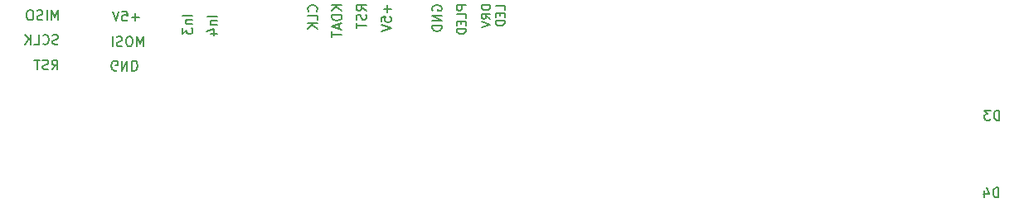
<source format=gbo>
%TF.GenerationSoftware,KiCad,Pcbnew,8.0.5*%
%TF.CreationDate,2025-03-31T08:28:51+02:00*%
%TF.ProjectId,A500KB,41353030-4b42-42e6-9b69-6361645f7063,5a*%
%TF.SameCoordinates,Original*%
%TF.FileFunction,Legend,Bot*%
%TF.FilePolarity,Positive*%
%FSLAX46Y46*%
G04 Gerber Fmt 4.6, Leading zero omitted, Abs format (unit mm)*
G04 Created by KiCad (PCBNEW 8.0.5) date 2025-03-31 08:28:51*
%MOMM*%
%LPD*%
G01*
G04 APERTURE LIST*
%ADD10C,0.150000*%
G04 APERTURE END LIST*
D10*
X360571427Y-233604819D02*
X360571427Y-232604819D01*
X360571427Y-232604819D02*
X360238094Y-233319104D01*
X360238094Y-233319104D02*
X359904761Y-232604819D01*
X359904761Y-232604819D02*
X359904761Y-233604819D01*
X359428570Y-233604819D02*
X359428570Y-232604819D01*
X358999999Y-233557200D02*
X358857142Y-233604819D01*
X358857142Y-233604819D02*
X358619047Y-233604819D01*
X358619047Y-233604819D02*
X358523809Y-233557200D01*
X358523809Y-233557200D02*
X358476190Y-233509580D01*
X358476190Y-233509580D02*
X358428571Y-233414342D01*
X358428571Y-233414342D02*
X358428571Y-233319104D01*
X358428571Y-233319104D02*
X358476190Y-233223866D01*
X358476190Y-233223866D02*
X358523809Y-233176247D01*
X358523809Y-233176247D02*
X358619047Y-233128628D01*
X358619047Y-233128628D02*
X358809523Y-233081009D01*
X358809523Y-233081009D02*
X358904761Y-233033390D01*
X358904761Y-233033390D02*
X358952380Y-232985771D01*
X358952380Y-232985771D02*
X358999999Y-232890533D01*
X358999999Y-232890533D02*
X358999999Y-232795295D01*
X358999999Y-232795295D02*
X358952380Y-232700057D01*
X358952380Y-232700057D02*
X358904761Y-232652438D01*
X358904761Y-232652438D02*
X358809523Y-232604819D01*
X358809523Y-232604819D02*
X358571428Y-232604819D01*
X358571428Y-232604819D02*
X358428571Y-232652438D01*
X357809523Y-232604819D02*
X357619047Y-232604819D01*
X357619047Y-232604819D02*
X357523809Y-232652438D01*
X357523809Y-232652438D02*
X357428571Y-232747676D01*
X357428571Y-232747676D02*
X357380952Y-232938152D01*
X357380952Y-232938152D02*
X357380952Y-233271485D01*
X357380952Y-233271485D02*
X357428571Y-233461961D01*
X357428571Y-233461961D02*
X357523809Y-233557200D01*
X357523809Y-233557200D02*
X357619047Y-233604819D01*
X357619047Y-233604819D02*
X357809523Y-233604819D01*
X357809523Y-233604819D02*
X357904761Y-233557200D01*
X357904761Y-233557200D02*
X357999999Y-233461961D01*
X357999999Y-233461961D02*
X358047618Y-233271485D01*
X358047618Y-233271485D02*
X358047618Y-232938152D01*
X358047618Y-232938152D02*
X357999999Y-232747676D01*
X357999999Y-232747676D02*
X357904761Y-232652438D01*
X357904761Y-232652438D02*
X357809523Y-232604819D01*
X376804819Y-233221429D02*
X375804819Y-233221429D01*
X376138152Y-233697619D02*
X376804819Y-233697619D01*
X376233390Y-233697619D02*
X376185771Y-233745238D01*
X376185771Y-233745238D02*
X376138152Y-233840476D01*
X376138152Y-233840476D02*
X376138152Y-233983333D01*
X376138152Y-233983333D02*
X376185771Y-234078571D01*
X376185771Y-234078571D02*
X376281009Y-234126190D01*
X376281009Y-234126190D02*
X376804819Y-234126190D01*
X376138152Y-235030952D02*
X376804819Y-235030952D01*
X375757200Y-234792857D02*
X376471485Y-234554762D01*
X376471485Y-234554762D02*
X376471485Y-235173809D01*
X389539619Y-232086571D02*
X388539619Y-232086571D01*
X389539619Y-232657999D02*
X388968190Y-232229428D01*
X388539619Y-232657999D02*
X389111047Y-232086571D01*
X389539619Y-233086571D02*
X388539619Y-233086571D01*
X388539619Y-233086571D02*
X388539619Y-233324666D01*
X388539619Y-233324666D02*
X388587238Y-233467523D01*
X388587238Y-233467523D02*
X388682476Y-233562761D01*
X388682476Y-233562761D02*
X388777714Y-233610380D01*
X388777714Y-233610380D02*
X388968190Y-233657999D01*
X388968190Y-233657999D02*
X389111047Y-233657999D01*
X389111047Y-233657999D02*
X389301523Y-233610380D01*
X389301523Y-233610380D02*
X389396761Y-233562761D01*
X389396761Y-233562761D02*
X389492000Y-233467523D01*
X389492000Y-233467523D02*
X389539619Y-233324666D01*
X389539619Y-233324666D02*
X389539619Y-233086571D01*
X389253904Y-234038952D02*
X389253904Y-234515142D01*
X389539619Y-233943714D02*
X388539619Y-234277047D01*
X388539619Y-234277047D02*
X389539619Y-234610380D01*
X388539619Y-234800857D02*
X388539619Y-235372285D01*
X389539619Y-235086571D02*
X388539619Y-235086571D01*
X404720082Y-232078571D02*
X403820082Y-232078571D01*
X403820082Y-232078571D02*
X403820082Y-232292857D01*
X403820082Y-232292857D02*
X403862939Y-232421428D01*
X403862939Y-232421428D02*
X403948653Y-232507143D01*
X403948653Y-232507143D02*
X404034367Y-232550000D01*
X404034367Y-232550000D02*
X404205796Y-232592857D01*
X404205796Y-232592857D02*
X404334367Y-232592857D01*
X404334367Y-232592857D02*
X404505796Y-232550000D01*
X404505796Y-232550000D02*
X404591510Y-232507143D01*
X404591510Y-232507143D02*
X404677225Y-232421428D01*
X404677225Y-232421428D02*
X404720082Y-232292857D01*
X404720082Y-232292857D02*
X404720082Y-232078571D01*
X404720082Y-233492857D02*
X404291510Y-233192857D01*
X404720082Y-232978571D02*
X403820082Y-232978571D01*
X403820082Y-232978571D02*
X403820082Y-233321428D01*
X403820082Y-233321428D02*
X403862939Y-233407143D01*
X403862939Y-233407143D02*
X403905796Y-233450000D01*
X403905796Y-233450000D02*
X403991510Y-233492857D01*
X403991510Y-233492857D02*
X404120082Y-233492857D01*
X404120082Y-233492857D02*
X404205796Y-233450000D01*
X404205796Y-233450000D02*
X404248653Y-233407143D01*
X404248653Y-233407143D02*
X404291510Y-233321428D01*
X404291510Y-233321428D02*
X404291510Y-232978571D01*
X403820082Y-233750000D02*
X404720082Y-234050000D01*
X404720082Y-234050000D02*
X403820082Y-234350000D01*
X406169032Y-232571429D02*
X406169032Y-232142857D01*
X406169032Y-232142857D02*
X405269032Y-232142857D01*
X405697603Y-232871428D02*
X405697603Y-233171428D01*
X406169032Y-233300000D02*
X406169032Y-232871428D01*
X406169032Y-232871428D02*
X405269032Y-232871428D01*
X405269032Y-232871428D02*
X405269032Y-233300000D01*
X406169032Y-233685714D02*
X405269032Y-233685714D01*
X405269032Y-233685714D02*
X405269032Y-233900000D01*
X405269032Y-233900000D02*
X405311889Y-234028571D01*
X405311889Y-234028571D02*
X405397603Y-234114286D01*
X405397603Y-234114286D02*
X405483317Y-234157143D01*
X405483317Y-234157143D02*
X405654746Y-234200000D01*
X405654746Y-234200000D02*
X405783317Y-234200000D01*
X405783317Y-234200000D02*
X405954746Y-234157143D01*
X405954746Y-234157143D02*
X406040460Y-234114286D01*
X406040460Y-234114286D02*
X406126175Y-234028571D01*
X406126175Y-234028571D02*
X406169032Y-233900000D01*
X406169032Y-233900000D02*
X406169032Y-233685714D01*
X392028819Y-232653180D02*
X391552628Y-232319847D01*
X392028819Y-232081752D02*
X391028819Y-232081752D01*
X391028819Y-232081752D02*
X391028819Y-232462704D01*
X391028819Y-232462704D02*
X391076438Y-232557942D01*
X391076438Y-232557942D02*
X391124057Y-232605561D01*
X391124057Y-232605561D02*
X391219295Y-232653180D01*
X391219295Y-232653180D02*
X391362152Y-232653180D01*
X391362152Y-232653180D02*
X391457390Y-232605561D01*
X391457390Y-232605561D02*
X391505009Y-232557942D01*
X391505009Y-232557942D02*
X391552628Y-232462704D01*
X391552628Y-232462704D02*
X391552628Y-232081752D01*
X391981200Y-233034133D02*
X392028819Y-233176990D01*
X392028819Y-233176990D02*
X392028819Y-233415085D01*
X392028819Y-233415085D02*
X391981200Y-233510323D01*
X391981200Y-233510323D02*
X391933580Y-233557942D01*
X391933580Y-233557942D02*
X391838342Y-233605561D01*
X391838342Y-233605561D02*
X391743104Y-233605561D01*
X391743104Y-233605561D02*
X391647866Y-233557942D01*
X391647866Y-233557942D02*
X391600247Y-233510323D01*
X391600247Y-233510323D02*
X391552628Y-233415085D01*
X391552628Y-233415085D02*
X391505009Y-233224609D01*
X391505009Y-233224609D02*
X391457390Y-233129371D01*
X391457390Y-233129371D02*
X391409771Y-233081752D01*
X391409771Y-233081752D02*
X391314533Y-233034133D01*
X391314533Y-233034133D02*
X391219295Y-233034133D01*
X391219295Y-233034133D02*
X391124057Y-233081752D01*
X391124057Y-233081752D02*
X391076438Y-233129371D01*
X391076438Y-233129371D02*
X391028819Y-233224609D01*
X391028819Y-233224609D02*
X391028819Y-233462704D01*
X391028819Y-233462704D02*
X391076438Y-233605561D01*
X391028819Y-233891276D02*
X391028819Y-234462704D01*
X392028819Y-234176990D02*
X391028819Y-234176990D01*
X394187866Y-232067486D02*
X394187866Y-232829391D01*
X394568819Y-232448438D02*
X393806914Y-232448438D01*
X393568819Y-233781771D02*
X393568819Y-233305581D01*
X393568819Y-233305581D02*
X394045009Y-233257962D01*
X394045009Y-233257962D02*
X393997390Y-233305581D01*
X393997390Y-233305581D02*
X393949771Y-233400819D01*
X393949771Y-233400819D02*
X393949771Y-233638914D01*
X393949771Y-233638914D02*
X393997390Y-233734152D01*
X393997390Y-233734152D02*
X394045009Y-233781771D01*
X394045009Y-233781771D02*
X394140247Y-233829390D01*
X394140247Y-233829390D02*
X394378342Y-233829390D01*
X394378342Y-233829390D02*
X394473580Y-233781771D01*
X394473580Y-233781771D02*
X394521200Y-233734152D01*
X394521200Y-233734152D02*
X394568819Y-233638914D01*
X394568819Y-233638914D02*
X394568819Y-233400819D01*
X394568819Y-233400819D02*
X394521200Y-233305581D01*
X394521200Y-233305581D02*
X394473580Y-233257962D01*
X393568819Y-234115105D02*
X394568819Y-234448438D01*
X394568819Y-234448438D02*
X393568819Y-234781771D01*
X398798038Y-232642095D02*
X398750419Y-232546857D01*
X398750419Y-232546857D02*
X398750419Y-232404000D01*
X398750419Y-232404000D02*
X398798038Y-232261143D01*
X398798038Y-232261143D02*
X398893276Y-232165905D01*
X398893276Y-232165905D02*
X398988514Y-232118286D01*
X398988514Y-232118286D02*
X399178990Y-232070667D01*
X399178990Y-232070667D02*
X399321847Y-232070667D01*
X399321847Y-232070667D02*
X399512323Y-232118286D01*
X399512323Y-232118286D02*
X399607561Y-232165905D01*
X399607561Y-232165905D02*
X399702800Y-232261143D01*
X399702800Y-232261143D02*
X399750419Y-232404000D01*
X399750419Y-232404000D02*
X399750419Y-232499238D01*
X399750419Y-232499238D02*
X399702800Y-232642095D01*
X399702800Y-232642095D02*
X399655180Y-232689714D01*
X399655180Y-232689714D02*
X399321847Y-232689714D01*
X399321847Y-232689714D02*
X399321847Y-232499238D01*
X399750419Y-233118286D02*
X398750419Y-233118286D01*
X398750419Y-233118286D02*
X399750419Y-233689714D01*
X399750419Y-233689714D02*
X398750419Y-233689714D01*
X399750419Y-234165905D02*
X398750419Y-234165905D01*
X398750419Y-234165905D02*
X398750419Y-234404000D01*
X398750419Y-234404000D02*
X398798038Y-234546857D01*
X398798038Y-234546857D02*
X398893276Y-234642095D01*
X398893276Y-234642095D02*
X398988514Y-234689714D01*
X398988514Y-234689714D02*
X399178990Y-234737333D01*
X399178990Y-234737333D02*
X399321847Y-234737333D01*
X399321847Y-234737333D02*
X399512323Y-234689714D01*
X399512323Y-234689714D02*
X399607561Y-234642095D01*
X399607561Y-234642095D02*
X399702800Y-234546857D01*
X399702800Y-234546857D02*
X399750419Y-234404000D01*
X399750419Y-234404000D02*
X399750419Y-234165905D01*
X402193357Y-232099257D02*
X401293357Y-232099257D01*
X401293357Y-232099257D02*
X401293357Y-232442114D01*
X401293357Y-232442114D02*
X401336214Y-232527829D01*
X401336214Y-232527829D02*
X401379071Y-232570686D01*
X401379071Y-232570686D02*
X401464785Y-232613543D01*
X401464785Y-232613543D02*
X401593357Y-232613543D01*
X401593357Y-232613543D02*
X401679071Y-232570686D01*
X401679071Y-232570686D02*
X401721928Y-232527829D01*
X401721928Y-232527829D02*
X401764785Y-232442114D01*
X401764785Y-232442114D02*
X401764785Y-232099257D01*
X402193357Y-233427829D02*
X402193357Y-232999257D01*
X402193357Y-232999257D02*
X401293357Y-232999257D01*
X401721928Y-233727828D02*
X401721928Y-234027828D01*
X402193357Y-234156400D02*
X402193357Y-233727828D01*
X402193357Y-233727828D02*
X401293357Y-233727828D01*
X401293357Y-233727828D02*
X401293357Y-234156400D01*
X402193357Y-234542114D02*
X401293357Y-234542114D01*
X401293357Y-234542114D02*
X401293357Y-234756400D01*
X401293357Y-234756400D02*
X401336214Y-234884971D01*
X401336214Y-234884971D02*
X401421928Y-234970686D01*
X401421928Y-234970686D02*
X401507642Y-235013543D01*
X401507642Y-235013543D02*
X401679071Y-235056400D01*
X401679071Y-235056400D02*
X401807642Y-235056400D01*
X401807642Y-235056400D02*
X401979071Y-235013543D01*
X401979071Y-235013543D02*
X402064785Y-234970686D01*
X402064785Y-234970686D02*
X402150500Y-234884971D01*
X402150500Y-234884971D02*
X402193357Y-234756400D01*
X402193357Y-234756400D02*
X402193357Y-234542114D01*
X366588095Y-238747561D02*
X366492857Y-238795180D01*
X366492857Y-238795180D02*
X366350000Y-238795180D01*
X366350000Y-238795180D02*
X366207143Y-238747561D01*
X366207143Y-238747561D02*
X366111905Y-238652323D01*
X366111905Y-238652323D02*
X366064286Y-238557085D01*
X366064286Y-238557085D02*
X366016667Y-238366609D01*
X366016667Y-238366609D02*
X366016667Y-238223752D01*
X366016667Y-238223752D02*
X366064286Y-238033276D01*
X366064286Y-238033276D02*
X366111905Y-237938038D01*
X366111905Y-237938038D02*
X366207143Y-237842800D01*
X366207143Y-237842800D02*
X366350000Y-237795180D01*
X366350000Y-237795180D02*
X366445238Y-237795180D01*
X366445238Y-237795180D02*
X366588095Y-237842800D01*
X366588095Y-237842800D02*
X366635714Y-237890419D01*
X366635714Y-237890419D02*
X366635714Y-238223752D01*
X366635714Y-238223752D02*
X366445238Y-238223752D01*
X367064286Y-237795180D02*
X367064286Y-238795180D01*
X367064286Y-238795180D02*
X367635714Y-237795180D01*
X367635714Y-237795180D02*
X367635714Y-238795180D01*
X368111905Y-237795180D02*
X368111905Y-238795180D01*
X368111905Y-238795180D02*
X368350000Y-238795180D01*
X368350000Y-238795180D02*
X368492857Y-238747561D01*
X368492857Y-238747561D02*
X368588095Y-238652323D01*
X368588095Y-238652323D02*
X368635714Y-238557085D01*
X368635714Y-238557085D02*
X368683333Y-238366609D01*
X368683333Y-238366609D02*
X368683333Y-238223752D01*
X368683333Y-238223752D02*
X368635714Y-238033276D01*
X368635714Y-238033276D02*
X368588095Y-237938038D01*
X368588095Y-237938038D02*
X368492857Y-237842800D01*
X368492857Y-237842800D02*
X368350000Y-237795180D01*
X368350000Y-237795180D02*
X368111905Y-237795180D01*
X359947619Y-238704819D02*
X360280952Y-238228628D01*
X360519047Y-238704819D02*
X360519047Y-237704819D01*
X360519047Y-237704819D02*
X360138095Y-237704819D01*
X360138095Y-237704819D02*
X360042857Y-237752438D01*
X360042857Y-237752438D02*
X359995238Y-237800057D01*
X359995238Y-237800057D02*
X359947619Y-237895295D01*
X359947619Y-237895295D02*
X359947619Y-238038152D01*
X359947619Y-238038152D02*
X359995238Y-238133390D01*
X359995238Y-238133390D02*
X360042857Y-238181009D01*
X360042857Y-238181009D02*
X360138095Y-238228628D01*
X360138095Y-238228628D02*
X360519047Y-238228628D01*
X359566666Y-238657200D02*
X359423809Y-238704819D01*
X359423809Y-238704819D02*
X359185714Y-238704819D01*
X359185714Y-238704819D02*
X359090476Y-238657200D01*
X359090476Y-238657200D02*
X359042857Y-238609580D01*
X359042857Y-238609580D02*
X358995238Y-238514342D01*
X358995238Y-238514342D02*
X358995238Y-238419104D01*
X358995238Y-238419104D02*
X359042857Y-238323866D01*
X359042857Y-238323866D02*
X359090476Y-238276247D01*
X359090476Y-238276247D02*
X359185714Y-238228628D01*
X359185714Y-238228628D02*
X359376190Y-238181009D01*
X359376190Y-238181009D02*
X359471428Y-238133390D01*
X359471428Y-238133390D02*
X359519047Y-238085771D01*
X359519047Y-238085771D02*
X359566666Y-237990533D01*
X359566666Y-237990533D02*
X359566666Y-237895295D01*
X359566666Y-237895295D02*
X359519047Y-237800057D01*
X359519047Y-237800057D02*
X359471428Y-237752438D01*
X359471428Y-237752438D02*
X359376190Y-237704819D01*
X359376190Y-237704819D02*
X359138095Y-237704819D01*
X359138095Y-237704819D02*
X358995238Y-237752438D01*
X358709523Y-237704819D02*
X358138095Y-237704819D01*
X358423809Y-238704819D02*
X358423809Y-237704819D01*
X360590475Y-236057200D02*
X360447618Y-236104819D01*
X360447618Y-236104819D02*
X360209523Y-236104819D01*
X360209523Y-236104819D02*
X360114285Y-236057200D01*
X360114285Y-236057200D02*
X360066666Y-236009580D01*
X360066666Y-236009580D02*
X360019047Y-235914342D01*
X360019047Y-235914342D02*
X360019047Y-235819104D01*
X360019047Y-235819104D02*
X360066666Y-235723866D01*
X360066666Y-235723866D02*
X360114285Y-235676247D01*
X360114285Y-235676247D02*
X360209523Y-235628628D01*
X360209523Y-235628628D02*
X360399999Y-235581009D01*
X360399999Y-235581009D02*
X360495237Y-235533390D01*
X360495237Y-235533390D02*
X360542856Y-235485771D01*
X360542856Y-235485771D02*
X360590475Y-235390533D01*
X360590475Y-235390533D02*
X360590475Y-235295295D01*
X360590475Y-235295295D02*
X360542856Y-235200057D01*
X360542856Y-235200057D02*
X360495237Y-235152438D01*
X360495237Y-235152438D02*
X360399999Y-235104819D01*
X360399999Y-235104819D02*
X360161904Y-235104819D01*
X360161904Y-235104819D02*
X360019047Y-235152438D01*
X359019047Y-236009580D02*
X359066666Y-236057200D01*
X359066666Y-236057200D02*
X359209523Y-236104819D01*
X359209523Y-236104819D02*
X359304761Y-236104819D01*
X359304761Y-236104819D02*
X359447618Y-236057200D01*
X359447618Y-236057200D02*
X359542856Y-235961961D01*
X359542856Y-235961961D02*
X359590475Y-235866723D01*
X359590475Y-235866723D02*
X359638094Y-235676247D01*
X359638094Y-235676247D02*
X359638094Y-235533390D01*
X359638094Y-235533390D02*
X359590475Y-235342914D01*
X359590475Y-235342914D02*
X359542856Y-235247676D01*
X359542856Y-235247676D02*
X359447618Y-235152438D01*
X359447618Y-235152438D02*
X359304761Y-235104819D01*
X359304761Y-235104819D02*
X359209523Y-235104819D01*
X359209523Y-235104819D02*
X359066666Y-235152438D01*
X359066666Y-235152438D02*
X359019047Y-235200057D01*
X358114285Y-236104819D02*
X358590475Y-236104819D01*
X358590475Y-236104819D02*
X358590475Y-235104819D01*
X357780951Y-236104819D02*
X357780951Y-235104819D01*
X357209523Y-236104819D02*
X357638094Y-235533390D01*
X357209523Y-235104819D02*
X357780951Y-235676247D01*
X386955180Y-232707161D02*
X387002800Y-232659542D01*
X387002800Y-232659542D02*
X387050419Y-232516685D01*
X387050419Y-232516685D02*
X387050419Y-232421447D01*
X387050419Y-232421447D02*
X387002800Y-232278590D01*
X387002800Y-232278590D02*
X386907561Y-232183352D01*
X386907561Y-232183352D02*
X386812323Y-232135733D01*
X386812323Y-232135733D02*
X386621847Y-232088114D01*
X386621847Y-232088114D02*
X386478990Y-232088114D01*
X386478990Y-232088114D02*
X386288514Y-232135733D01*
X386288514Y-232135733D02*
X386193276Y-232183352D01*
X386193276Y-232183352D02*
X386098038Y-232278590D01*
X386098038Y-232278590D02*
X386050419Y-232421447D01*
X386050419Y-232421447D02*
X386050419Y-232516685D01*
X386050419Y-232516685D02*
X386098038Y-232659542D01*
X386098038Y-232659542D02*
X386145657Y-232707161D01*
X387050419Y-233611923D02*
X387050419Y-233135733D01*
X387050419Y-233135733D02*
X386050419Y-233135733D01*
X387050419Y-233945257D02*
X386050419Y-233945257D01*
X387050419Y-234516685D02*
X386478990Y-234088114D01*
X386050419Y-234516685D02*
X386621847Y-233945257D01*
X374304819Y-233121429D02*
X373304819Y-233121429D01*
X373638152Y-233597619D02*
X374304819Y-233597619D01*
X373733390Y-233597619D02*
X373685771Y-233645238D01*
X373685771Y-233645238D02*
X373638152Y-233740476D01*
X373638152Y-233740476D02*
X373638152Y-233883333D01*
X373638152Y-233883333D02*
X373685771Y-233978571D01*
X373685771Y-233978571D02*
X373781009Y-234026190D01*
X373781009Y-234026190D02*
X374304819Y-234026190D01*
X373304819Y-234407143D02*
X373304819Y-235026190D01*
X373304819Y-235026190D02*
X373685771Y-234692857D01*
X373685771Y-234692857D02*
X373685771Y-234835714D01*
X373685771Y-234835714D02*
X373733390Y-234930952D01*
X373733390Y-234930952D02*
X373781009Y-234978571D01*
X373781009Y-234978571D02*
X373876247Y-235026190D01*
X373876247Y-235026190D02*
X374114342Y-235026190D01*
X374114342Y-235026190D02*
X374209580Y-234978571D01*
X374209580Y-234978571D02*
X374257200Y-234930952D01*
X374257200Y-234930952D02*
X374304819Y-234835714D01*
X374304819Y-234835714D02*
X374304819Y-234550000D01*
X374304819Y-234550000D02*
X374257200Y-234454762D01*
X374257200Y-234454762D02*
X374209580Y-234407143D01*
X368835713Y-233323866D02*
X368073809Y-233323866D01*
X368454761Y-233704819D02*
X368454761Y-232942914D01*
X367121428Y-232704819D02*
X367597618Y-232704819D01*
X367597618Y-232704819D02*
X367645237Y-233181009D01*
X367645237Y-233181009D02*
X367597618Y-233133390D01*
X367597618Y-233133390D02*
X367502380Y-233085771D01*
X367502380Y-233085771D02*
X367264285Y-233085771D01*
X367264285Y-233085771D02*
X367169047Y-233133390D01*
X367169047Y-233133390D02*
X367121428Y-233181009D01*
X367121428Y-233181009D02*
X367073809Y-233276247D01*
X367073809Y-233276247D02*
X367073809Y-233514342D01*
X367073809Y-233514342D02*
X367121428Y-233609580D01*
X367121428Y-233609580D02*
X367169047Y-233657200D01*
X367169047Y-233657200D02*
X367264285Y-233704819D01*
X367264285Y-233704819D02*
X367502380Y-233704819D01*
X367502380Y-233704819D02*
X367597618Y-233657200D01*
X367597618Y-233657200D02*
X367645237Y-233609580D01*
X366788094Y-232704819D02*
X366454761Y-233704819D01*
X366454761Y-233704819D02*
X366121428Y-232704819D01*
X369271427Y-236304819D02*
X369271427Y-235304819D01*
X369271427Y-235304819D02*
X368938094Y-236019104D01*
X368938094Y-236019104D02*
X368604761Y-235304819D01*
X368604761Y-235304819D02*
X368604761Y-236304819D01*
X367938094Y-235304819D02*
X367747618Y-235304819D01*
X367747618Y-235304819D02*
X367652380Y-235352438D01*
X367652380Y-235352438D02*
X367557142Y-235447676D01*
X367557142Y-235447676D02*
X367509523Y-235638152D01*
X367509523Y-235638152D02*
X367509523Y-235971485D01*
X367509523Y-235971485D02*
X367557142Y-236161961D01*
X367557142Y-236161961D02*
X367652380Y-236257200D01*
X367652380Y-236257200D02*
X367747618Y-236304819D01*
X367747618Y-236304819D02*
X367938094Y-236304819D01*
X367938094Y-236304819D02*
X368033332Y-236257200D01*
X368033332Y-236257200D02*
X368128570Y-236161961D01*
X368128570Y-236161961D02*
X368176189Y-235971485D01*
X368176189Y-235971485D02*
X368176189Y-235638152D01*
X368176189Y-235638152D02*
X368128570Y-235447676D01*
X368128570Y-235447676D02*
X368033332Y-235352438D01*
X368033332Y-235352438D02*
X367938094Y-235304819D01*
X367128570Y-236257200D02*
X366985713Y-236304819D01*
X366985713Y-236304819D02*
X366747618Y-236304819D01*
X366747618Y-236304819D02*
X366652380Y-236257200D01*
X366652380Y-236257200D02*
X366604761Y-236209580D01*
X366604761Y-236209580D02*
X366557142Y-236114342D01*
X366557142Y-236114342D02*
X366557142Y-236019104D01*
X366557142Y-236019104D02*
X366604761Y-235923866D01*
X366604761Y-235923866D02*
X366652380Y-235876247D01*
X366652380Y-235876247D02*
X366747618Y-235828628D01*
X366747618Y-235828628D02*
X366938094Y-235781009D01*
X366938094Y-235781009D02*
X367033332Y-235733390D01*
X367033332Y-235733390D02*
X367080951Y-235685771D01*
X367080951Y-235685771D02*
X367128570Y-235590533D01*
X367128570Y-235590533D02*
X367128570Y-235495295D01*
X367128570Y-235495295D02*
X367080951Y-235400057D01*
X367080951Y-235400057D02*
X367033332Y-235352438D01*
X367033332Y-235352438D02*
X366938094Y-235304819D01*
X366938094Y-235304819D02*
X366699999Y-235304819D01*
X366699999Y-235304819D02*
X366557142Y-235352438D01*
X366128570Y-236304819D02*
X366128570Y-235304819D01*
X456688094Y-243874819D02*
X456688094Y-242874819D01*
X456688094Y-242874819D02*
X456449999Y-242874819D01*
X456449999Y-242874819D02*
X456307142Y-242922438D01*
X456307142Y-242922438D02*
X456211904Y-243017676D01*
X456211904Y-243017676D02*
X456164285Y-243112914D01*
X456164285Y-243112914D02*
X456116666Y-243303390D01*
X456116666Y-243303390D02*
X456116666Y-243446247D01*
X456116666Y-243446247D02*
X456164285Y-243636723D01*
X456164285Y-243636723D02*
X456211904Y-243731961D01*
X456211904Y-243731961D02*
X456307142Y-243827200D01*
X456307142Y-243827200D02*
X456449999Y-243874819D01*
X456449999Y-243874819D02*
X456688094Y-243874819D01*
X455783332Y-242874819D02*
X455164285Y-242874819D01*
X455164285Y-242874819D02*
X455497618Y-243255771D01*
X455497618Y-243255771D02*
X455354761Y-243255771D01*
X455354761Y-243255771D02*
X455259523Y-243303390D01*
X455259523Y-243303390D02*
X455211904Y-243351009D01*
X455211904Y-243351009D02*
X455164285Y-243446247D01*
X455164285Y-243446247D02*
X455164285Y-243684342D01*
X455164285Y-243684342D02*
X455211904Y-243779580D01*
X455211904Y-243779580D02*
X455259523Y-243827200D01*
X455259523Y-243827200D02*
X455354761Y-243874819D01*
X455354761Y-243874819D02*
X455640475Y-243874819D01*
X455640475Y-243874819D02*
X455735713Y-243827200D01*
X455735713Y-243827200D02*
X455783332Y-243779580D01*
X456611894Y-251806819D02*
X456611894Y-250806819D01*
X456611894Y-250806819D02*
X456373799Y-250806819D01*
X456373799Y-250806819D02*
X456230942Y-250854438D01*
X456230942Y-250854438D02*
X456135704Y-250949676D01*
X456135704Y-250949676D02*
X456088085Y-251044914D01*
X456088085Y-251044914D02*
X456040466Y-251235390D01*
X456040466Y-251235390D02*
X456040466Y-251378247D01*
X456040466Y-251378247D02*
X456088085Y-251568723D01*
X456088085Y-251568723D02*
X456135704Y-251663961D01*
X456135704Y-251663961D02*
X456230942Y-251759200D01*
X456230942Y-251759200D02*
X456373799Y-251806819D01*
X456373799Y-251806819D02*
X456611894Y-251806819D01*
X455183323Y-251140152D02*
X455183323Y-251806819D01*
X455421418Y-250759200D02*
X455659513Y-251473485D01*
X455659513Y-251473485D02*
X455040466Y-251473485D01*
M02*

</source>
